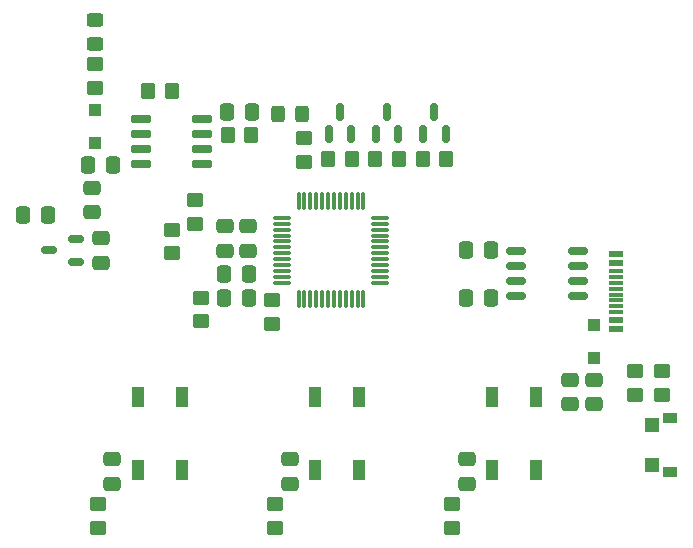
<source format=gbr>
%TF.GenerationSoftware,KiCad,Pcbnew,9.0.3*%
%TF.CreationDate,2025-07-30T10:18:58+02:00*%
%TF.ProjectId,Filament dryer oven control board,46696c61-6d65-46e7-9420-647279657220,1.0*%
%TF.SameCoordinates,Original*%
%TF.FileFunction,Paste,Top*%
%TF.FilePolarity,Positive*%
%FSLAX46Y46*%
G04 Gerber Fmt 4.6, Leading zero omitted, Abs format (unit mm)*
G04 Created by KiCad (PCBNEW 9.0.3) date 2025-07-30 10:18:58*
%MOMM*%
%LPD*%
G01*
G04 APERTURE LIST*
G04 Aperture macros list*
%AMRoundRect*
0 Rectangle with rounded corners*
0 $1 Rounding radius*
0 $2 $3 $4 $5 $6 $7 $8 $9 X,Y pos of 4 corners*
0 Add a 4 corners polygon primitive as box body*
4,1,4,$2,$3,$4,$5,$6,$7,$8,$9,$2,$3,0*
0 Add four circle primitives for the rounded corners*
1,1,$1+$1,$2,$3*
1,1,$1+$1,$4,$5*
1,1,$1+$1,$6,$7*
1,1,$1+$1,$8,$9*
0 Add four rect primitives between the rounded corners*
20,1,$1+$1,$2,$3,$4,$5,0*
20,1,$1+$1,$4,$5,$6,$7,0*
20,1,$1+$1,$6,$7,$8,$9,0*
20,1,$1+$1,$8,$9,$2,$3,0*%
G04 Aperture macros list end*
%ADD10R,1.150000X0.600000*%
%ADD11R,1.150000X0.300000*%
%ADD12RoundRect,0.250000X0.337500X0.475000X-0.337500X0.475000X-0.337500X-0.475000X0.337500X-0.475000X0*%
%ADD13RoundRect,0.250000X-0.450000X0.350000X-0.450000X-0.350000X0.450000X-0.350000X0.450000X0.350000X0*%
%ADD14R,1.300000X1.200000*%
%ADD15R,1.200000X0.900000*%
%ADD16RoundRect,0.150000X0.150000X-0.587500X0.150000X0.587500X-0.150000X0.587500X-0.150000X-0.587500X0*%
%ADD17RoundRect,0.250000X0.300000X-0.300000X0.300000X0.300000X-0.300000X0.300000X-0.300000X-0.300000X0*%
%ADD18RoundRect,0.250000X0.450000X-0.350000X0.450000X0.350000X-0.450000X0.350000X-0.450000X-0.350000X0*%
%ADD19RoundRect,0.150000X0.512500X0.150000X-0.512500X0.150000X-0.512500X-0.150000X0.512500X-0.150000X0*%
%ADD20RoundRect,0.250000X0.325000X0.450000X-0.325000X0.450000X-0.325000X-0.450000X0.325000X-0.450000X0*%
%ADD21RoundRect,0.250000X-0.475000X0.337500X-0.475000X-0.337500X0.475000X-0.337500X0.475000X0.337500X0*%
%ADD22RoundRect,0.250000X0.350000X0.450000X-0.350000X0.450000X-0.350000X-0.450000X0.350000X-0.450000X0*%
%ADD23R,1.100000X1.800000*%
%ADD24RoundRect,0.250000X-0.337500X-0.475000X0.337500X-0.475000X0.337500X0.475000X-0.337500X0.475000X0*%
%ADD25RoundRect,0.250000X-0.450000X0.325000X-0.450000X-0.325000X0.450000X-0.325000X0.450000X0.325000X0*%
%ADD26RoundRect,0.250000X-0.350000X-0.450000X0.350000X-0.450000X0.350000X0.450000X-0.350000X0.450000X0*%
%ADD27RoundRect,0.250000X0.475000X-0.337500X0.475000X0.337500X-0.475000X0.337500X-0.475000X-0.337500X0*%
%ADD28RoundRect,0.150000X0.675000X0.150000X-0.675000X0.150000X-0.675000X-0.150000X0.675000X-0.150000X0*%
%ADD29RoundRect,0.150000X-0.725000X-0.150000X0.725000X-0.150000X0.725000X0.150000X-0.725000X0.150000X0*%
%ADD30RoundRect,0.075000X-0.662500X-0.075000X0.662500X-0.075000X0.662500X0.075000X-0.662500X0.075000X0*%
%ADD31RoundRect,0.075000X-0.075000X-0.662500X0.075000X-0.662500X0.075000X0.662500X-0.075000X0.662500X0*%
G04 APERTURE END LIST*
D10*
%TO.C,J1*%
X153632500Y-79200000D03*
X153632500Y-78400000D03*
D11*
X153632500Y-77750000D03*
X153632500Y-77250000D03*
X153632500Y-76750000D03*
X153632500Y-76250000D03*
X153632500Y-75750000D03*
X153632500Y-75250000D03*
X153632500Y-74750000D03*
X153632500Y-74250000D03*
D10*
X153632500Y-73600000D03*
X153632500Y-72800000D03*
%TD*%
D12*
%TO.C,C8*%
X105537500Y-69500000D03*
X103462500Y-69500000D03*
%TD*%
D13*
%TO.C,R14*%
X118500000Y-76500000D03*
X118500000Y-78500000D03*
%TD*%
%TO.C,R13*%
X124500000Y-76750000D03*
X124500000Y-78750000D03*
%TD*%
D14*
%TO.C,SW1*%
X156656500Y-87325000D03*
X156656500Y-90675000D03*
D15*
X158206500Y-86700000D03*
X158206500Y-91300000D03*
%TD*%
D12*
%TO.C,C7*%
X143037500Y-76500000D03*
X140962500Y-76500000D03*
%TD*%
D16*
%TO.C,Q3*%
X133300000Y-62687500D03*
X135200000Y-62687500D03*
X134250000Y-60812500D03*
%TD*%
D17*
%TO.C,D3*%
X109500000Y-63400000D03*
X109500000Y-60600000D03*
%TD*%
D18*
%TO.C,R11*%
X124750000Y-96000000D03*
X124750000Y-94000000D03*
%TD*%
%TO.C,R16*%
X109500000Y-58750000D03*
X109500000Y-56750000D03*
%TD*%
D19*
%TO.C,U3*%
X107887500Y-73450000D03*
X107887500Y-71550000D03*
X105612500Y-72500000D03*
%TD*%
D13*
%TO.C,R2*%
X157500000Y-82750000D03*
X157500000Y-84750000D03*
%TD*%
D12*
%TO.C,C1*%
X122537500Y-74500000D03*
X120462500Y-74500000D03*
%TD*%
D20*
%TO.C,D1*%
X127025000Y-61000000D03*
X124975000Y-61000000D03*
%TD*%
D21*
%TO.C,C5*%
X120500000Y-70462500D03*
X120500000Y-72537500D03*
%TD*%
D16*
%TO.C,Q2*%
X129300000Y-62687500D03*
X131200000Y-62687500D03*
X130250000Y-60812500D03*
%TD*%
D22*
%TO.C,R9*%
X135250000Y-64750000D03*
X133250000Y-64750000D03*
%TD*%
D13*
%TO.C,R3*%
X155250000Y-82750000D03*
X155250000Y-84750000D03*
%TD*%
D21*
%TO.C,C2*%
X151750000Y-83462500D03*
X151750000Y-85537500D03*
%TD*%
D18*
%TO.C,R5*%
X118000000Y-70250000D03*
X118000000Y-68250000D03*
%TD*%
D23*
%TO.C,SW2*%
X113150000Y-91100000D03*
X113150000Y-84900000D03*
X116850000Y-91100000D03*
X116850000Y-84900000D03*
%TD*%
D24*
%TO.C,C15*%
X120712500Y-60750000D03*
X122787500Y-60750000D03*
%TD*%
D25*
%TO.C,D4*%
X109500000Y-52975000D03*
X109500000Y-55025000D03*
%TD*%
D23*
%TO.C,SW4*%
X143150000Y-91100000D03*
X143150000Y-84900000D03*
X146850000Y-91100000D03*
X146850000Y-84900000D03*
%TD*%
D21*
%TO.C,C3*%
X122500000Y-70462500D03*
X122500000Y-72537500D03*
%TD*%
D26*
%TO.C,R15*%
X120750000Y-62750000D03*
X122750000Y-62750000D03*
%TD*%
D18*
%TO.C,R6*%
X116000000Y-72750000D03*
X116000000Y-70750000D03*
%TD*%
D21*
%TO.C,C11*%
X109250000Y-67212500D03*
X109250000Y-69287500D03*
%TD*%
D27*
%TO.C,C14*%
X141000000Y-92287500D03*
X141000000Y-90212500D03*
%TD*%
D18*
%TO.C,R12*%
X139750000Y-96000000D03*
X139750000Y-94000000D03*
%TD*%
D12*
%TO.C,C16*%
X122537500Y-76500000D03*
X120462500Y-76500000D03*
%TD*%
D23*
%TO.C,SW3*%
X128150000Y-91100000D03*
X128150000Y-84900000D03*
X131850000Y-91100000D03*
X131850000Y-84900000D03*
%TD*%
D21*
%TO.C,C10*%
X110000000Y-71462500D03*
X110000000Y-73537500D03*
%TD*%
D17*
%TO.C,D2*%
X151750000Y-81650000D03*
X151750000Y-78850000D03*
%TD*%
D22*
%TO.C,R4*%
X116000000Y-59000000D03*
X114000000Y-59000000D03*
%TD*%
D28*
%TO.C,U2*%
X150375000Y-76405000D03*
X150375000Y-75135000D03*
X150375000Y-73865000D03*
X150375000Y-72595000D03*
X145125000Y-72595000D03*
X145125000Y-73865000D03*
X145125000Y-75135000D03*
X145125000Y-76405000D03*
%TD*%
D24*
%TO.C,C9*%
X108962500Y-65250000D03*
X111037500Y-65250000D03*
%TD*%
D29*
%TO.C,U4*%
X113425000Y-61345000D03*
X113425000Y-62615000D03*
X113425000Y-63885000D03*
X113425000Y-65155000D03*
X118575000Y-65155000D03*
X118575000Y-63885000D03*
X118575000Y-62615000D03*
X118575000Y-61345000D03*
%TD*%
D27*
%TO.C,C12*%
X111000000Y-92287500D03*
X111000000Y-90212500D03*
%TD*%
D30*
%TO.C,U1*%
X125337500Y-69750000D03*
X125337500Y-70250000D03*
X125337500Y-70750000D03*
X125337500Y-71250000D03*
X125337500Y-71750000D03*
X125337500Y-72250000D03*
X125337500Y-72750000D03*
X125337500Y-73250000D03*
X125337500Y-73750000D03*
X125337500Y-74250000D03*
X125337500Y-74750000D03*
X125337500Y-75250000D03*
D31*
X126750000Y-76662500D03*
X127250000Y-76662500D03*
X127750000Y-76662500D03*
X128250000Y-76662500D03*
X128750000Y-76662500D03*
X129250000Y-76662500D03*
X129750000Y-76662500D03*
X130250000Y-76662500D03*
X130750000Y-76662500D03*
X131250000Y-76662500D03*
X131750000Y-76662500D03*
X132250000Y-76662500D03*
D30*
X133662500Y-75250000D03*
X133662500Y-74750000D03*
X133662500Y-74250000D03*
X133662500Y-73750000D03*
X133662500Y-73250000D03*
X133662500Y-72750000D03*
X133662500Y-72250000D03*
X133662500Y-71750000D03*
X133662500Y-71250000D03*
X133662500Y-70750000D03*
X133662500Y-70250000D03*
X133662500Y-69750000D03*
D31*
X132250000Y-68337500D03*
X131750000Y-68337500D03*
X131250000Y-68337500D03*
X130750000Y-68337500D03*
X130250000Y-68337500D03*
X129750000Y-68337500D03*
X129250000Y-68337500D03*
X128750000Y-68337500D03*
X128250000Y-68337500D03*
X127750000Y-68337500D03*
X127250000Y-68337500D03*
X126750000Y-68337500D03*
%TD*%
D12*
%TO.C,C6*%
X143037500Y-72500000D03*
X140962500Y-72500000D03*
%TD*%
D22*
%TO.C,R7*%
X139250000Y-64750000D03*
X137250000Y-64750000D03*
%TD*%
%TO.C,R8*%
X131250000Y-64750000D03*
X129250000Y-64750000D03*
%TD*%
D27*
%TO.C,C13*%
X126000000Y-92287500D03*
X126000000Y-90212500D03*
%TD*%
D16*
%TO.C,Q1*%
X137300000Y-62687500D03*
X139200000Y-62687500D03*
X138250000Y-60812500D03*
%TD*%
D18*
%TO.C,R1*%
X127250000Y-65000000D03*
X127250000Y-63000000D03*
%TD*%
%TO.C,R10*%
X109750000Y-96000000D03*
X109750000Y-94000000D03*
%TD*%
D21*
%TO.C,C4*%
X149750000Y-83462500D03*
X149750000Y-85537500D03*
%TD*%
M02*

</source>
